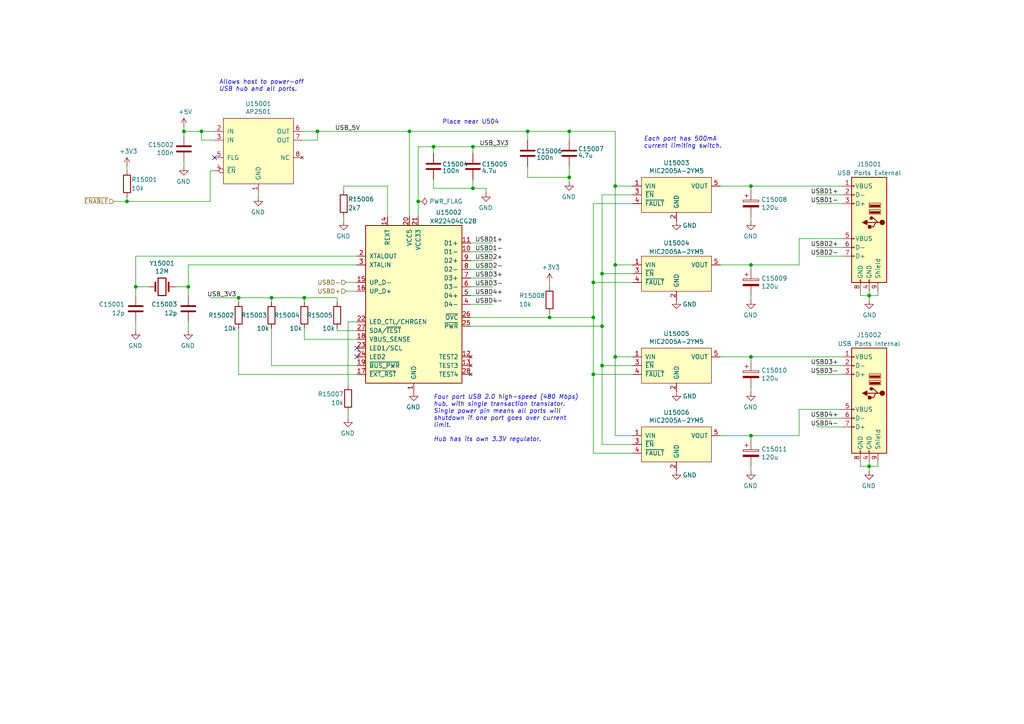
<source format=kicad_sch>
(kicad_sch (version 20211123) (generator eeschema)
  (paper "A4")
  (title_block (title "Neotron Common Hardware") (date "2021-06-18") (rev "[Uncontrolled]") (company "https://neotron-compute.github.io/") (comment 1 "Licenced as CC BY-SA") (comment 2 "Copyright (c) The Neotron Developers, 2021"))
  (lib_symbols
    (symbol "Device:C" (pin_numbers hide) (pin_names (offset 0.254))
      (property "Reference" "C" (at 0.635 2.54 0))
      (property "Value" "C" (at 0.635 -2.54 0))
      (symbol "C_0_1"
        (polyline (pts (xy -2.032 -0.762) (xy 2.032 -0.762)) (stroke (width 0.508)))
        (polyline (pts (xy -2.032 0.762) (xy 2.032 0.762)) (stroke (width 0.508)))
      )
      (symbol "C_1_1"
        (pin passive line (at 0 3.81 270) (length 2.794) (name "~") (number "1"))
        (pin passive line (at 0 -3.81 90) (length 2.794) (name "~") (number "2"))
      )
    )
    (symbol "Device:C_Polarized" (pin_numbers hide) (pin_names (offset 0.254))
      (property "Reference" "C" (at 0.635 2.54 0))
      (property "Value" "C_Polarized" (at 0.635 -2.54 0))
      (symbol "C_Polarized_0_1"
        (rectangle (start -2.286 0.508) (end 2.286 1.016))
        (polyline (pts (xy -1.778 2.286) (xy -0.762 2.286)))
        (polyline (pts (xy -1.27 2.794) (xy -1.27 1.778)))
        (rectangle (start 2.286 -0.508) (end -2.286 -1.016) (fill (type outline)))
      )
      (symbol "C_Polarized_1_1"
        (pin passive line (at 0 3.81 270) (length 2.794) (name "~") (number "1"))
        (pin passive line (at 0 -3.81 90) (length 2.794) (name "~") (number "2"))
      )
    )
    (symbol "Device:Crystal" (pin_numbers hide) (pin_names (offset 1.016) hide)
      (property "Reference" "Y" (at 0 3.81 0))
      (property "Value" "Crystal" (at 0 -3.81 0))
      (symbol "Crystal_0_1"
        (rectangle (start -1.143 2.54) (end 1.143 -2.54) (stroke (width 0.3048)))
        (polyline (pts (xy -2.54 0) (xy -1.905 0)))
        (polyline (pts (xy -1.905 -1.27) (xy -1.905 1.27)) (stroke (width 0.508)))
        (polyline (pts (xy 1.905 -1.27) (xy 1.905 1.27)) (stroke (width 0.508)))
        (polyline (pts (xy 2.54 0) (xy 1.905 0)))
      )
      (symbol "Crystal_1_1"
        (pin passive line (at -3.81 0 0) (length 1.27) (name "1") (number "1"))
        (pin passive line (at 3.81 0 180) (length 1.27) (name "2") (number "2"))
      )
    )
    (symbol "Device:R" (pin_numbers hide) (pin_names (offset 0))
      (property "Reference" "R" (at 2.032 0 90))
      (property "Value" "R" (at 0 0 90))
      (symbol "R_0_1"
        (rectangle (start -1.016 -2.54) (end 1.016 2.54) (stroke (width 0.254)))
      )
      (symbol "R_1_1"
        (pin passive line (at 0 3.81 270) (length 1.27) (name "~") (number "1"))
        (pin passive line (at 0 -3.81 90) (length 1.27) (name "~") (number "2"))
      )
    )
    (symbol "Neotron-Common-Hardware:AP2501" (pin_names (offset 1.016))
      (property "Reference" "U" (at 10.16 -13.97 0))
      (property "Value" "AP2501" (at -10.16 -13.97 0))
      (symbol "AP2501_0_0"
        (pin power_in line (at 0 -36.83 90) (length 2.54) (name "GND") (number "1"))
        (pin power_in line (at -12.7 -19.05 0) (length 2.54) (name "IN") (number "2"))
        (pin power_in line (at -12.7 -21.59 0) (length 2.54) (name "IN") (number "3"))
        (pin input inverted (at -12.7 -30.48 0) (length 2.54) (name "~{EN}") (number "4"))
        (pin output line (at -12.7 -26.67 0) (length 2.54) (name "FLG") (number "5"))
        (pin power_out line (at 12.7 -19.05 180) (length 2.54) (name "OUT") (number "6"))
        (pin passive line (at 12.7 -21.59 180) (length 2.54) (name "OUT") (number "7"))
        (pin no_connect line (at 12.7 -26.67 180) (length 2.54) (name "NC") (number "8"))
      )
      (symbol "AP2501_0_1"
        (rectangle (start -10.16 -15.24) (end 10.16 -34.29) (fill (type background)))
      )
    )
    (symbol "Neotron-Common-Hardware:MIC2005A-2YM5" (pin_names (offset 1.016))
      (property "Reference" "U" (at -8.89 6.35 0))
      (property "Value" "MIC2005A-2YM5" (at 2.54 6.35 0))
      (symbol "MIC2005A-2YM5_0_0"
        (pin power_in line (at -12.7 2.54 0) (length 2.54) (name "VIN") (number "1"))
        (pin power_in line (at 0 -7.62 90) (length 2.54) (name "GND") (number "2"))
        (pin input line (at -12.7 0 0) (length 2.54) (name "~{EN}") (number "3"))
        (pin open_collector line (at -12.7 -2.54 0) (length 2.54) (name "~{FAULT}") (number "4"))
        (pin power_out line (at 12.7 2.54 180) (length 2.54) (name "VOUT") (number "5"))
      )
      (symbol "MIC2005A-2YM5_0_1"
        (rectangle (start -10.16 5.08) (end 10.16 -5.08) (fill (type background)))
      )
    )
    (symbol "Neotron-Common-Hardware:USB_A_x2" (pin_names (offset 1.016))
      (property "Reference" "J" (at 3.81 -8.89 0))
      (property "Value" "USB_A_x2" (at -5.08 24.13 0))
      (symbol "USB_A_x2_0_1"
        (rectangle (start -5.08 -7.62) (end 5.08 22.86) (stroke (width 0.254)) (fill (type background)))
        (circle (center -3.81 9.779) (radius 0.635) (stroke (width 0.254)) (fill (type outline)))
        (circle (center -0.635 11.049) (radius 0.381) (stroke (width 0.254)) (fill (type outline)))
        (rectangle (start -0.254 12.446) (end -3.048 12.954) (fill (type outline)))
        (rectangle (start -0.254 14.351) (end -3.048 14.859) (fill (type outline)))
        (rectangle (start -0.127 -7.62) (end 0.127 -6.858))
        (polyline (pts (xy -3.175 9.779) (xy -2.54 9.779) (xy -1.27 11.049) (xy -0.635 11.049)) (stroke (width 0.254)))
        (polyline (pts (xy -2.54 9.779) (xy -1.905 9.779) (xy -1.27 8.509) (xy 0 8.509)) (stroke (width 0.254)))
        (polyline (pts (xy 0.635 10.414) (xy 0.635 9.144) (xy 1.905 9.779) (xy 0.635 10.414)) (stroke (width 0.254)) (fill (type outline)))
        (rectangle (start 0 12.192) (end -3.302 13.462))
        (rectangle (start 0 14.097) (end -3.302 15.367))
        (rectangle (start 0.254 8.89) (end -0.508 8.128) (stroke (width 0.254)) (fill (type outline)))
        (rectangle (start 2.413 -7.62) (end 2.667 -6.858))
        (rectangle (start 5.08 -0.127) (end 4.318 0.127))
        (rectangle (start 5.08 2.413) (end 4.318 2.667))
        (rectangle (start 5.08 4.953) (end 4.318 5.207))
        (rectangle (start 5.08 15.113) (end 4.318 15.367))
        (rectangle (start 5.08 17.653) (end 4.318 17.907))
        (rectangle (start 5.08 20.193) (end 4.318 20.447))
      )
      (symbol "USB_A_x2_1_1"
        (polyline (pts (xy -1.905 9.779) (xy 0.635 9.779)) (stroke (width 0.254)))
        (pin power_in line (at 7.62 20.32 180) (length 2.54) (name "VBUS") (number "1"))
        (pin passive line (at 7.62 17.78 180) (length 2.54) (name "D-") (number "2"))
        (pin passive line (at 7.62 15.24 180) (length 2.54) (name "D+") (number "3"))
        (pin power_in line (at 0 -10.16 90) (length 2.54) (name "GND") (number "4"))
        (pin power_in line (at 7.62 5.08 180) (length 2.54) (name "VBUS") (number "5"))
        (pin passive line (at 7.62 2.54 180) (length 2.54) (name "D-") (number "6"))
        (pin passive line (at 7.62 0 180) (length 2.54) (name "D+") (number "7"))
        (pin power_in line (at 2.54 -10.16 90) (length 2.54) (name "GND") (number "8"))
        (pin passive line (at -2.54 -10.16 90) (length 2.54) (name "Shield") (number "9"))
      )
    )
    (symbol "Neotron-Common-Hardware:XR22404CG28" (pin_names (offset 1.016))
      (property "Reference" "U" (at 10.16 24.13 0))
      (property "Value" "XR22404CG28" (at 0 0 0))
      (symbol "XR22404CG28_0_0"
        (pin power_in line (at 0 -25.4 90) (length 2.54) (name "GND") (number "1"))
        (pin bidirectional line (at 16.51 15.24 180) (length 2.54) (name "D1-") (number "10"))
        (pin bidirectional line (at 16.51 17.78 180) (length 2.54) (name "D1+") (number "11"))
        (pin no_connect line (at 16.51 -15.24 180) (length 2.54) (name "TEST2") (number "12"))
        (pin no_connect line (at 16.51 -17.78 180) (length 2.54) (name "TEST3") (number "13"))
        (pin input line (at -7.62 25.4 270) (length 2.54) (name "REXT") (number "14"))
        (pin bidirectional line (at -16.51 6.35 0) (length 2.54) (name "UP_D-") (number "15"))
        (pin bidirectional line (at -16.51 3.81 0) (length 2.54) (name "UP_D+") (number "16"))
        (pin input line (at -16.51 -20.32 0) (length 2.54) (name "~{EXT_RST}") (number "17"))
        (pin input line (at -16.51 -10.16 0) (length 2.54) (name "VBUS_SENSE") (number "18"))
        (pin input line (at -16.51 -17.78 0) (length 2.54) (name "~{BUS_PWR}") (number "19"))
        (pin output line (at -16.51 13.97 0) (length 2.54) (name "XTALOUT") (number "2"))
        (pin power_in line (at -1.27 25.4 270) (length 2.54) (name "VCC5") (number "20"))
        (pin power_in line (at 1.27 25.4 270) (length 2.54) (name "VCC33") (number "21"))
        (pin bidirectional line (at -16.51 -5.08 0) (length 2.54) (name "LED_CTL/CHRGEN") (number "22"))
        (pin bidirectional line (at -16.51 -12.7 0) (length 2.54) (name "LED1/SCL") (number "23"))
        (pin bidirectional line (at -16.51 -15.24 0) (length 2.54) (name "LED2") (number "24"))
        (pin output line (at 16.51 -6.35 180) (length 2.54) (name "~{PWR}") (number "25"))
        (pin input line (at 16.51 -3.81 180) (length 2.54) (name "~{OVC}") (number "26"))
        (pin input line (at -16.51 -7.62 0) (length 2.54) (name "SDA/~{TEST}") (number "27"))
        (pin no_connect line (at 16.51 -20.32 180) (length 2.54) (name "TEST4") (number "28"))
        (pin input line (at -16.51 11.43 0) (length 2.54) (name "XTALIN") (number "3"))
        (pin bidirectional line (at 16.51 0 180) (length 2.54) (name "D4-") (number "4"))
        (pin bidirectional line (at 16.51 2.54 180) (length 2.54) (name "D4+") (number "5"))
        (pin bidirectional line (at 16.51 5.08 180) (length 2.54) (name "D3-") (number "6"))
        (pin bidirectional line (at 16.51 7.62 180) (length 2.54) (name "D3+") (number "7"))
        (pin bidirectional line (at 16.51 10.16 180) (length 2.54) (name "D2-") (number "8"))
        (pin bidirectional line (at 16.51 12.7 180) (length 2.54) (name "D2+") (number "9"))
      )
      (symbol "XR22404CG28_0_1"
        (polyline (pts (xy -1.27 22.86) (xy -13.97 22.86) (xy -13.97 -22.86) (xy 13.97 -22.86) (xy 13.97 22.86) (xy -1.27 22.86)) (stroke (width 0.254)) (fill (type background)))
      )
    )
    (symbol "power:+3V3" (power) (pin_names (offset 0))
      (property "Value" "+3V3" (at 0 3.556 0))
      (symbol "+3V3_0_1"
        (polyline (pts (xy -0.762 1.27) (xy 0 2.54)))
        (polyline (pts (xy 0 0) (xy 0 2.54)))
        (polyline (pts (xy 0 2.54) (xy 0.762 1.27)))
      )
      (symbol "+3V3_1_1"
        (pin power_in line (at 0 0 90) (length 0) hide (name "+3V3") (number "1"))
      )
    )
    (symbol "power:+5V" (power) (pin_names (offset 0))
      (property "Value" "+5V" (at 0 3.556 0))
      (symbol "+5V_0_1"
        (polyline (pts (xy -0.762 1.27) (xy 0 2.54)))
        (polyline (pts (xy 0 0) (xy 0 2.54)))
        (polyline (pts (xy 0 2.54) (xy 0.762 1.27)))
      )
      (symbol "+5V_1_1"
        (pin power_in line (at 0 0 90) (length 0) hide (name "+5V") (number "1"))
      )
    )
    (symbol "power:GND" (power) (pin_names (offset 0))
      (property "Value" "GND" (at 0 -3.81 0))
      (symbol "GND_0_1"
        (polyline (pts (xy 0 0) (xy 0 -1.27) (xy 1.27 -1.27) (xy 0 -2.54) (xy -1.27 -1.27) (xy 0 -1.27)))
      )
      (symbol "GND_1_1"
        (pin power_in line (at 0 0 270) (length 0) hide (name "GND") (number "1"))
      )
    )
    (symbol "power:PWR_FLAG" (power) (pin_numbers hide) (pin_names (offset 0) hide)
      (property "Value" "PWR_FLAG" (at 0 3.81 0))
      (symbol "PWR_FLAG_0_0"
        (pin power_out line (at 0 0 90) (length 0) (name "pwr") (number "1"))
      )
      (symbol "PWR_FLAG_0_1"
        (polyline (pts (xy 0 0) (xy 0 1.27) (xy -1.016 1.905) (xy 0 2.54) (xy 1.016 1.905) (xy 0 1.27)))
      )
    )
  )
  (junction (at 88.265 86.36))
  (junction (at 54.61 83.185))
  (junction (at 58.42 38.1))
  (junction (at 172.085 81.915))
  (junction (at 92.075 38.1))
  (junction (at 217.805 103.505))
  (junction (at 174.625 106.045))
  (junction (at 36.83 58.42))
  (junction (at 165.1 38.1))
  (junction (at 217.805 126.365))
  (junction (at 121.285 58.42))
  (junction (at 118.745 38.1))
  (junction (at 53.34 38.1))
  (junction (at 165.1 51.435))
  (junction (at 252.095 85.725))
  (junction (at 178.435 53.975))
  (junction (at 172.085 92.075))
  (junction (at 217.805 76.835))
  (junction (at 178.435 103.505))
  (junction (at 69.215 86.36))
  (junction (at 252.095 135.255))
  (junction (at 172.085 108.585))
  (junction (at 153.035 38.1))
  (junction (at 174.625 79.375))
  (junction (at 39.37 83.185))
  (junction (at 174.625 94.615))
  (junction (at 78.74 86.36))
  (junction (at 217.805 53.975))
  (junction (at 159.385 92.075))
  (junction (at 137.16 42.545))
  (junction (at 178.435 76.835))
  (junction (at 125.73 42.545))
  (junction (at 137.16 54.61))
  (no_connect (at 103.505 100.965))
  (no_connect (at 103.505 103.505))
  (no_connect (at 62.23 45.72))
  (wire (pts (xy 172.085 92.075) (xy 172.085 81.915)))
  (wire (pts (xy 174.625 94.615) (xy 174.625 79.375)))
  (wire (pts (xy 36.83 58.42) (xy 36.83 57.15)))
  (wire (pts (xy 183.515 53.975) (xy 178.435 53.975)))
  (wire (pts (xy 88.265 86.36) (xy 97.79 86.36)))
  (wire (pts (xy 252.095 135.255) (xy 254.635 135.255)))
  (wire (pts (xy 231.775 69.215) (xy 244.475 69.215)))
  (wire (pts (xy 136.525 88.265) (xy 142.875 88.265)))
  (wire (pts (xy 244.475 106.045) (xy 236.855 106.045)))
  (wire (pts (xy 217.805 86.995) (xy 217.805 85.725)))
  (wire (pts (xy 112.395 53.975) (xy 112.395 62.865)))
  (wire (pts (xy 74.93 55.88) (xy 74.93 57.15)))
  (wire (pts (xy 244.475 56.515) (xy 236.855 56.515)))
  (wire (pts (xy 183.515 76.835) (xy 178.435 76.835)))
  (wire (pts (xy 78.74 106.045) (xy 103.505 106.045)))
  (wire (pts (xy 174.625 106.045) (xy 174.625 94.615)))
  (wire (pts (xy 88.265 98.425) (xy 103.505 98.425)))
  (wire (pts (xy 99.695 53.975) (xy 112.395 53.975)))
  (wire (pts (xy 153.035 51.435) (xy 153.035 48.26)))
  (wire (pts (xy 165.1 51.435) (xy 153.035 51.435)))
  (wire (pts (xy 244.475 108.585) (xy 236.855 108.585)))
  (wire (pts (xy 87.63 40.64) (xy 92.075 40.64)))
  (wire (pts (xy 172.085 81.915) (xy 183.515 81.915)))
  (wire (pts (xy 217.805 113.665) (xy 217.805 112.395)))
  (wire (pts (xy 97.79 95.885) (xy 103.505 95.885)))
  (wire (pts (xy 159.385 92.075) (xy 172.085 92.075)))
  (wire (pts (xy 58.42 38.1) (xy 62.23 38.1)))
  (wire (pts (xy 153.035 38.1) (xy 165.1 38.1)))
  (wire (pts (xy 244.475 74.295) (xy 236.855 74.295)))
  (wire (pts (xy 217.805 104.775) (xy 217.805 103.505)))
  (wire (pts (xy 136.525 70.485) (xy 142.875 70.485)))
  (wire (pts (xy 100.33 81.915) (xy 103.505 81.915)))
  (wire (pts (xy 183.515 126.365) (xy 178.435 126.365)))
  (wire (pts (xy 172.085 131.445) (xy 172.085 108.585)))
  (wire (pts (xy 208.915 126.365) (xy 217.805 126.365)))
  (wire (pts (xy 88.265 98.425) (xy 88.265 95.25)))
  (wire (pts (xy 172.085 59.055) (xy 183.515 59.055)))
  (wire (pts (xy 78.74 106.045) (xy 78.74 95.25)))
  (wire (pts (xy 137.16 52.07) (xy 137.16 54.61)))
  (wire (pts (xy 99.695 64.135) (xy 99.695 62.865)))
  (wire (pts (xy 217.805 55.245) (xy 217.805 53.975)))
  (wire (pts (xy 165.1 51.435) (xy 165.1 48.26)))
  (wire (pts (xy 217.805 64.135) (xy 217.805 62.865)))
  (wire (pts (xy 165.1 38.1) (xy 178.435 38.1)))
  (wire (pts (xy 178.435 53.975) (xy 178.435 76.835)))
  (wire (pts (xy 39.37 74.295) (xy 103.505 74.295)))
  (wire (pts (xy 172.085 81.915) (xy 172.085 59.055)))
  (wire (pts (xy 54.61 76.835) (xy 103.505 76.835)))
  (wire (pts (xy 174.625 79.375) (xy 174.625 56.515)))
  (wire (pts (xy 178.435 76.835) (xy 178.435 103.505)))
  (wire (pts (xy 53.34 46.99) (xy 53.34 48.26)))
  (wire (pts (xy 136.525 75.565) (xy 142.875 75.565)))
  (wire (pts (xy 100.33 84.455) (xy 103.505 84.455)))
  (wire (pts (xy 78.74 86.36) (xy 78.74 87.63)))
  (wire (pts (xy 137.16 42.545) (xy 147.32 42.545)))
  (wire (pts (xy 92.075 38.1) (xy 87.63 38.1)))
  (wire (pts (xy 231.775 76.835) (xy 231.775 69.215)))
  (wire (pts (xy 97.79 95.885) (xy 97.79 95.25)))
  (wire (pts (xy 69.215 86.36) (xy 69.215 87.63)))
  (wire (pts (xy 78.74 86.36) (xy 88.265 86.36)))
  (wire (pts (xy 252.095 85.725) (xy 254.635 85.725)))
  (wire (pts (xy 39.37 85.725) (xy 39.37 83.185)))
  (wire (pts (xy 249.555 84.455) (xy 249.555 85.725)))
  (wire (pts (xy 174.625 128.905) (xy 183.515 128.905)))
  (wire (pts (xy 249.555 85.725) (xy 252.095 85.725)))
  (wire (pts (xy 121.285 42.545) (xy 125.73 42.545)))
  (wire (pts (xy 252.095 135.255) (xy 252.095 136.525)))
  (wire (pts (xy 252.095 85.725) (xy 252.095 86.995)))
  (wire (pts (xy 60.96 86.36) (xy 69.215 86.36)))
  (wire (pts (xy 62.23 49.53) (xy 60.96 49.53)))
  (wire (pts (xy 217.805 126.365) (xy 231.775 126.365)))
  (wire (pts (xy 208.915 76.835) (xy 217.805 76.835)))
  (wire (pts (xy 254.635 135.255) (xy 254.635 133.985)))
  (wire (pts (xy 36.83 49.53) (xy 36.83 48.26)))
  (wire (pts (xy 252.095 135.255) (xy 249.555 135.255)))
  (wire (pts (xy 118.745 38.1) (xy 118.745 62.865)))
  (wire (pts (xy 178.435 38.1) (xy 178.435 53.975)))
  (wire (pts (xy 244.475 59.055) (xy 236.855 59.055)))
  (wire (pts (xy 60.96 49.53) (xy 60.96 58.42)))
  (wire (pts (xy 217.805 136.525) (xy 217.805 135.255)))
  (wire (pts (xy 50.8 83.185) (xy 54.61 83.185)))
  (wire (pts (xy 53.34 38.1) (xy 53.34 39.37)))
  (wire (pts (xy 174.625 128.905) (xy 174.625 106.045)))
  (wire (pts (xy 69.215 86.36) (xy 78.74 86.36)))
  (wire (pts (xy 217.805 127.635) (xy 217.805 126.365)))
  (wire (pts (xy 159.385 81.915) (xy 159.385 83.185)))
  (wire (pts (xy 217.805 53.975) (xy 244.475 53.975)))
  (wire (pts (xy 136.525 73.025) (xy 142.875 73.025)))
  (wire (pts (xy 244.475 123.825) (xy 236.855 123.825)))
  (wire (pts (xy 244.475 121.285) (xy 236.855 121.285)))
  (wire (pts (xy 100.965 93.345) (xy 100.965 111.76)))
  (wire (pts (xy 54.61 76.835) (xy 54.61 83.185)))
  (wire (pts (xy 178.435 103.505) (xy 178.435 126.365)))
  (wire (pts (xy 125.73 42.545) (xy 125.73 44.45)))
  (wire (pts (xy 208.915 103.505) (xy 217.805 103.505)))
  (wire (pts (xy 39.37 83.185) (xy 43.18 83.185)))
  (wire (pts (xy 172.085 108.585) (xy 172.085 92.075)))
  (wire (pts (xy 254.635 85.725) (xy 254.635 84.455)))
  (wire (pts (xy 125.73 42.545) (xy 137.16 42.545)))
  (wire (pts (xy 172.085 131.445) (xy 183.515 131.445)))
  (wire (pts (xy 252.095 85.725) (xy 252.095 84.455)))
  (wire (pts (xy 136.525 94.615) (xy 174.625 94.615)))
  (wire (pts (xy 231.775 126.365) (xy 231.775 118.745)))
  (wire (pts (xy 136.525 92.075) (xy 159.385 92.075)))
  (wire (pts (xy 231.775 118.745) (xy 244.475 118.745)))
  (wire (pts (xy 165.1 52.705) (xy 165.1 51.435)))
  (wire (pts (xy 125.73 52.07) (xy 125.73 54.61)))
  (wire (pts (xy 54.61 95.885) (xy 54.61 93.345)))
  (wire (pts (xy 217.805 76.835) (xy 231.775 76.835)))
  (wire (pts (xy 33.02 58.42) (xy 36.83 58.42)))
  (wire (pts (xy 217.805 78.105) (xy 217.805 76.835)))
  (wire (pts (xy 69.215 108.585) (xy 69.215 95.25)))
  (wire (pts (xy 125.73 54.61) (xy 137.16 54.61)))
  (wire (pts (xy 217.805 103.505) (xy 244.475 103.505)))
  (wire (pts (xy 39.37 95.885) (xy 39.37 93.345)))
  (wire (pts (xy 121.285 62.865) (xy 121.285 58.42)))
  (wire (pts (xy 183.515 103.505) (xy 178.435 103.505)))
  (wire (pts (xy 97.79 86.36) (xy 97.79 87.63)))
  (wire (pts (xy 100.965 119.38) (xy 100.965 121.285)))
  (wire (pts (xy 137.16 54.61) (xy 140.97 54.61)))
  (wire (pts (xy 136.525 78.105) (xy 142.875 78.105)))
  (wire (pts (xy 249.555 135.255) (xy 249.555 133.985)))
  (wire (pts (xy 88.265 86.36) (xy 88.265 87.63)))
  (wire (pts (xy 136.525 80.645) (xy 142.875 80.645)))
  (wire (pts (xy 121.285 58.42) (xy 121.285 42.545)))
  (wire (pts (xy 53.34 36.83) (xy 53.34 38.1)))
  (wire (pts (xy 165.1 40.64) (xy 165.1 38.1)))
  (wire (pts (xy 136.525 85.725) (xy 142.875 85.725)))
  (wire (pts (xy 159.385 92.075) (xy 159.385 90.805)))
  (wire (pts (xy 136.525 83.185) (xy 142.875 83.185)))
  (wire (pts (xy 172.085 108.585) (xy 183.515 108.585)))
  (wire (pts (xy 118.745 38.1) (xy 153.035 38.1)))
  (wire (pts (xy 58.42 40.64) (xy 58.42 38.1)))
  (wire (pts (xy 153.035 40.64) (xy 153.035 38.1)))
  (wire (pts (xy 174.625 106.045) (xy 183.515 106.045)))
  (wire (pts (xy 53.34 38.1) (xy 58.42 38.1)))
  (wire (pts (xy 54.61 85.725) (xy 54.61 83.185)))
  (wire (pts (xy 137.16 42.545) (xy 137.16 44.45)))
  (wire (pts (xy 140.97 54.61) (xy 140.97 55.88)))
  (wire (pts (xy 244.475 71.755) (xy 236.855 71.755)))
  (wire (pts (xy 92.075 40.64) (xy 92.075 38.1)))
  (wire (pts (xy 208.915 53.975) (xy 217.805 53.975)))
  (wire (pts (xy 174.625 79.375) (xy 183.515 79.375)))
  (wire (pts (xy 174.625 56.515) (xy 183.515 56.515)))
  (wire (pts (xy 99.695 55.245) (xy 99.695 53.975)))
  (wire (pts (xy 69.215 108.585) (xy 103.505 108.585)))
  (wire (pts (xy 39.37 74.295) (xy 39.37 83.185)))
  (wire (pts (xy 118.745 38.1) (xy 92.075 38.1)))
  (wire (pts (xy 62.23 40.64) (xy 58.42 40.64)))
  (wire (pts (xy 103.505 93.345) (xy 100.965 93.345)))
  (wire (pts (xy 36.83 58.42) (xy 60.96 58.42)))
  (wire (pts (xy 252.095 133.985) (xy 252.095 135.255)))
  (text "Four port USB 2.0 high-speed (480 Mbps)\nhub, with single transaction translator.\nSingle power pin means all ports will\nshutdown if one port goes over current\nlimit.\n\nHub has its own 3.3V regulator." (at 125.73 128.27 0) (effects (font (size 1.27 1.27) italic) (justify left bottom)))
  (text "Place near U504" (at 128.27 36.195 0) (effects (font (size 1.27 1.27)) (justify left bottom)))
  (text "Allows host to power-off\nUSB hub and all ports." (at 63.5 26.67 0) (effects (font (size 1.27 1.27) italic) (justify left bottom)))
  (text "Each port has 500mA\ncurrent limiting switch." (at 186.69 43.18 0) (effects (font (size 1.27 1.27) italic) (justify left bottom)))
  (label "USB_3V3" (at 139.065 42.545 0))
  (label "USB_3V3" (at 68.58 86.36 180))
  (label "USBD1+" (at 243.205 56.515 180))
  (label "USBD4-" (at 137.795 88.265 0))
  (label "USB_5V" (at 97.155 38.1 0))
  (label "USBD2-" (at 243.205 74.295 180))
  (label "USBD1-" (at 137.795 73.025 0))
  (label "USBD4+" (at 137.795 85.725 0))
  (label "USBD2-" (at 137.795 78.105 0))
  (label "USBD1+" (at 137.795 70.485 0))
  (label "USBD1-" (at 243.205 59.055 180))
  (label "USBD3-" (at 243.205 108.585 180))
  (label "USBD2+" (at 243.205 71.755 180))
  (label "USBD3+" (at 137.795 80.645 0))
  (label "USBD3+" (at 243.205 106.045 180))
  (label "USBD3-" (at 137.795 83.185 0))
  (label "USBD4+" (at 243.205 121.285 180))
  (label "USBD4-" (at 243.205 123.825 180))
  (label "USBD2+" (at 137.795 75.565 0))
  (hierarchical_label "USBD+" (shape input) (at 100.33 84.455 180))
  (hierarchical_label "~{ENABLE}" (shape input) (at 33.02 58.42 180))
  (hierarchical_label "USBD-" (shape input) (at 100.33 81.915 180))
  (symbol (lib_id "Neotron-Common-Hardware:USB_A_x2") (at 252.095 74.295 0) (mirror y) (unit 1)
    (property "Reference" "J15001" (at 252.095 47.625 0))
    (property "Value" "USB Ports External" (at 252.095 50.165 0))
    (property "Footprint" "Neotron-Common-Hardware:CUI_UJ2-ADH-1-TH" (effects hide))
    (property "Datasheet" "https://www.cuidevices.com/product/resource/digikeypdf/uj2-adh-th.pdf" (effects hide))
    (property "Manufacturer" "CUI" (effects hide))
    (property "MPN" "UJ2-ADH-1-TH" (effects hide))
    (property "Digikey" "102-4001-ND" (effects hide))
    (property "DNP" "0" (effects hide))
    (property "Mouser" "490-UJ2-ADH-1-TH" (effects hide))
  )
  (symbol (lib_id "Neotron-Common-Hardware:MIC2005A-2YM5") (at 196.215 56.515 0) (unit 1)
    (property "Reference" "U15003" (at 196.215 47.244 0))
    (property "Value" "MIC2005A-2YM5" (at 196.215 49.5554 0))
    (property "Footprint" "Package_TO_SOT_SMD:SOT-23-5_HandSoldering" (effects hide))
    (property "Datasheet" "http://www.microchip.com/mymicrochip/filehandler.aspx?ddocname=en579487" (effects hide))
    (property "Digikey" "576-3464-1-ND" (effects hide))
    (property "DNP" "0" (effects hide))
    (property "MPN" "MIC2005A-2YM5" (effects hide))
    (property "Manufacturer" "Microchip" (effects hide))
    (property "Mouser" "998-MIC2005A-2YM5TR" (effects hide))
  )
  (symbol (lib_id "Neotron-Common-Hardware:MIC2005A-2YM5") (at 196.215 79.375 0) (unit 1)
    (property "Reference" "U15004" (at 196.215 70.485 0))
    (property "Value" "MIC2005A-2YM5" (at 196.215 73.025 0))
    (property "Footprint" "Package_TO_SOT_SMD:SOT-23-5_HandSoldering" (effects hide))
    (property "Datasheet" "http://www.microchip.com/mymicrochip/filehandler.aspx?ddocname=en579487" (effects hide))
    (property "Digikey" "576-3464-1-ND" (effects hide))
    (property "DNP" "0" (effects hide))
    (property "MPN" "MIC2005A-2YM5" (effects hide))
    (property "Manufacturer" "Microchip" (effects hide))
    (property "Mouser" "998-MIC2005A-2YM5TR" (effects hide))
  )
  (symbol (lib_id "power:GND") (at 252.095 86.995 0) (unit 1)
    (property "Reference" "#PWR015021" (effects hide))
    (property "Value" "GND" (at 252.222 91.3892 0))
  )
  (symbol (lib_id "Neotron-Common-Hardware:XR22404CG28") (at 120.015 88.265 0) (unit 1)
    (property "Reference" "U15002" (at 130.175 61.595 0))
    (property "Value" "XR22404CG28" (at 131.445 64.135 0))
    (property "Footprint" "Package_SO:SSOP-28_3.9x9.9mm_P0.635mm" (effects hide))
    (property "Datasheet" "https://www.mouser.co.uk/datasheet/2/146/xr22404-1856004.pdf" (effects hide))
    (property "Mouser" "701-XR22404CG28TR-F" (effects hide))
    (property "MPN" "XR22404CG28" (effects hide))
    (property "Manufacturer" "MaxLinear" (effects hide))
    (property "DNP" "0" (effects hide))
    (property "Digikey" "XR22404CG28TR-F-ND" (effects hide))
  )
  (symbol (lib_id "Device:R") (at 159.385 86.995 0) (mirror y) (unit 1)
    (property "Reference" "R15008" (at 158.115 85.725 0) (effects (justify left)))
    (property "Value" "10k" (at 150.495 88.265 0) (effects (justify right)))
    (property "Footprint" "Resistor_SMD:R_0805_2012Metric_Pad1.20x1.40mm_HandSolder" (effects hide))
    (property "DNP" "0" (effects hide))
    (property "Digikey" "RMCF0805FT10K0-ND" (effects hide))
    (property "MPN" "CPL-RES-0805-10K-0.125W" (effects hide))
    (property "Manufacturer" "Stackpole" (effects hide))
    (property "Tolerance" "1%" (effects hide))
  )
  (symbol (lib_id "power:+3V3") (at 159.385 81.915 0) (unit 1)
    (property "Reference" "#PWR015011" (effects hide))
    (property "Value" "+3V3" (at 159.766 77.5208 0))
  )
  (symbol (lib_id "Neotron-Common-Hardware:USB_A_x2") (at 252.095 123.825 0) (mirror y) (unit 1)
    (property "Reference" "J15002" (at 252.095 97.155 0))
    (property "Value" "USB Ports Internal" (at 252.095 99.695 0))
    (property "Footprint" "Neotron-Common-Hardware:USB_Header" (effects hide))
    (property "DNP" "1" (effects hide))
  )
  (symbol (lib_id "power:GND") (at 252.095 136.525 0) (mirror y) (unit 1)
    (property "Reference" "#PWR015022" (effects hide))
    (property "Value" "GND" (at 251.968 140.9192 0))
  )
  (symbol (lib_id "Neotron-Common-Hardware:MIC2005A-2YM5") (at 196.215 106.045 0) (unit 1)
    (property "Reference" "U15005" (at 196.215 96.774 0))
    (property "Value" "MIC2005A-2YM5" (at 196.215 99.0854 0))
    (property "Footprint" "Package_TO_SOT_SMD:SOT-23-5_HandSoldering" (effects hide))
    (property "Datasheet" "http://www.microchip.com/mymicrochip/filehandler.aspx?ddocname=en579487" (effects hide))
    (property "Digikey" "576-3464-1-ND" (effects hide))
    (property "DNP" "0" (effects hide))
    (property "MPN" "MIC2005A-2YM5" (effects hide))
    (property "Manufacturer" "Microchip" (effects hide))
    (property "Mouser" "998-MIC2005A-2YM5TR" (effects hide))
  )
  (symbol (lib_id "Neotron-Common-Hardware:MIC2005A-2YM5") (at 196.215 128.905 0) (unit 1)
    (property "Reference" "U15006" (at 196.215 119.634 0))
    (property "Value" "MIC2005A-2YM5" (at 196.215 121.9454 0))
    (property "Footprint" "Package_TO_SOT_SMD:SOT-23-5_HandSoldering" (effects hide))
    (property "Datasheet" "http://www.microchip.com/mymicrochip/filehandler.aspx?ddocname=en579487" (effects hide))
    (property "Digikey" "576-3464-1-ND" (effects hide))
    (property "DNP" "0" (effects hide))
    (property "MPN" "MIC2005A-2YM5" (effects hide))
    (property "Manufacturer" "Microchip" (effects hide))
    (property "Mouser" "998-MIC2005A-2YM5TR" (effects hide))
  )
  (symbol (lib_id "power:GND") (at 196.215 136.525 0) (mirror y) (unit 1)
    (property "Reference" "#PWR015016" (effects hide))
    (property "Value" "GND" (at 200.025 137.795 0))
  )
  (symbol (lib_id "power:GND") (at 196.215 113.665 0) (mirror y) (unit 1)
    (property "Reference" "#PWR015015" (effects hide))
    (property "Value" "GND" (at 200.025 114.935 0))
  )
  (symbol (lib_id "power:GND") (at 196.215 86.995 0) (mirror y) (unit 1)
    (property "Reference" "#PWR015014" (effects hide))
    (property "Value" "GND" (at 200.025 88.265 0))
  )
  (symbol (lib_id "power:GND") (at 196.215 64.135 0) (mirror y) (unit 1)
    (property "Reference" "#PWR015013" (effects hide))
    (property "Value" "GND" (at 200.025 65.405 0))
  )
  (symbol (lib_id "power:GND") (at 120.015 113.665 0) (mirror y) (unit 1)
    (property "Reference" "#PWR015009" (effects hide))
    (property "Value" "GND" (at 119.888 118.0592 0))
  )
  (symbol (lib_id "Device:Crystal") (at 46.99 83.185 0) (mirror y) (unit 1)
    (property "Reference" "Y15001" (at 46.99 76.3778 0))
    (property "Value" "12M" (at 46.99 78.6892 0))
    (property "Footprint" "Crystal:Crystal_HC49-4H_Vertical" (effects hide))
    (property "Datasheet" "https://abracon.com/Resonators/ABL.pdf" (effects hide))
    (property "DNP" "0" (effects hide))
    (property "Digikey" "535-9037-ND" (effects hide))
    (property "MPN" "ABL-12.000MHZ-B2" (effects hide))
    (property "Manufacturer" "Abracon" (effects hide))
    (property "Mouser" "815-ABL-12-B2" (effects hide))
  )
  (symbol (lib_id "Device:C") (at 39.37 89.535 0) (mirror y) (unit 1)
    (property "Reference" "C15001" (at 36.195 88.265 0) (effects (justify left)))
    (property "Value" "12p" (at 36.195 90.805 0) (effects (justify left)))
    (property "Footprint" "Capacitor_SMD:C_0805_2012Metric_Pad1.18x1.45mm_HandSolder" (effects hide))
    (property "DNP" "0" (effects hide))
    (property "Digikey" "1276-2580-1-ND" (effects hide))
    (property "MPN" "CL21C120JB61PNC" (effects hide))
    (property "Manufacturer" "Samsung" (effects hide))
    (property "Tolerance" "C0G" (effects hide))
    (property "Voltage" "10V" (effects hide))
  )
  (symbol (lib_id "Device:C") (at 54.61 89.535 0) (mirror y) (unit 1)
    (property "Reference" "C15003" (at 51.435 88.265 0) (effects (justify left)))
    (property "Value" "12p" (at 51.435 90.805 0) (effects (justify left)))
    (property "Footprint" "Capacitor_SMD:C_0805_2012Metric_Pad1.18x1.45mm_HandSolder" (effects hide))
    (property "DNP" "0" (effects hide))
    (property "Digikey" "1276-2580-1-ND" (effects hide))
    (property "MPN" "CL21C120JB61PNC" (effects hide))
    (property "Manufacturer" "Samsung" (effects hide))
    (property "Tolerance" "C0G" (effects hide))
    (property "Voltage" "10V" (effects hide))
  )
  (symbol (lib_id "power:GND") (at 54.61 95.885 0) (mirror y) (unit 1)
    (property "Reference" "#PWR015005" (effects hide))
    (property "Value" "GND" (at 54.483 100.2792 0))
  )
  (symbol (lib_id "power:GND") (at 39.37 95.885 0) (mirror y) (unit 1)
    (property "Reference" "#PWR015002" (effects hide))
    (property "Value" "GND" (at 39.243 100.2792 0))
  )
  (symbol (lib_id "Device:C") (at 165.1 44.45 0) (unit 1)
    (property "Reference" "C15007" (at 167.64 43.18 0) (effects (justify left)))
    (property "Value" "4.7u" (at 167.64 45.085 0) (effects (justify left)))
    (property "Footprint" "Capacitor_SMD:C_0805_2012Metric_Pad1.18x1.45mm_HandSolder" (effects hide))
    (property "DNP" "0" (effects hide))
    (property "Tolerance" "X5R" (effects hide))
    (property "Voltage" "16V" (effects hide))
  )
  (symbol (lib_id "power:GND") (at 165.1 52.705 0) (mirror y) (unit 1)
    (property "Reference" "#PWR015012" (effects hide))
    (property "Value" "GND" (at 164.973 57.0992 0))
  )
  (symbol (lib_id "Device:R") (at 100.965 115.57 0) (mirror y) (unit 1)
    (property "Reference" "R15007" (at 99.695 114.3 0) (effects (justify left)))
    (property "Value" "10k" (at 99.695 116.84 0) (effects (justify left)))
    (property "Footprint" "Resistor_SMD:R_0805_2012Metric_Pad1.20x1.40mm_HandSolder" (effects hide))
    (property "DNP" "0" (effects hide))
    (property "Digikey" "RMCF0805FT10K0-ND" (effects hide))
    (property "MPN" "CPL-RES-0805-10K-0.125W" (effects hide))
    (property "Manufacturer" "Stackpole" (effects hide))
    (property "Tolerance" "1%" (effects hide))
  )
  (symbol (lib_id "Device:C") (at 153.035 44.45 0) (unit 1)
    (property "Reference" "C15006" (at 155.575 43.815 0) (effects (justify left)))
    (property "Value" "100n" (at 155.575 45.72 0) (effects (justify left)))
    (property "Footprint" "Capacitor_SMD:C_0805_2012Metric_Pad1.18x1.45mm_HandSolder" (effects hide))
    (property "DNP" "0" (effects hide))
    (property "MPN" "CC0805KRX7R9BB104" (effects hide))
    (property "Manufacturer" "Vishay" (effects hide))
    (property "Mouser" "594-K104K15X7RF5TL2" (effects hide))
    (property "Tolerance" "X5R" (effects hide))
    (property "Voltage" "16V" (effects hide))
    (property "JLCPCB Collection" "Basic" (effects hide))
    (property "LCSC Part#" "C49678" (effects hide))
  )
  (symbol (lib_id "power:GND") (at 100.965 121.285 0) (mirror y) (unit 1)
    (property "Reference" "#PWR015008" (effects hide))
    (property "Value" "GND" (at 100.838 125.6792 0))
  )
  (symbol (lib_id "Device:C") (at 137.16 48.26 0) (unit 1)
    (property "Reference" "C15005" (at 139.7 47.625 0) (effects (justify left)))
    (property "Value" "4.7u" (at 139.7 49.53 0) (effects (justify left)))
    (property "Footprint" "Capacitor_SMD:C_0805_2012Metric_Pad1.18x1.45mm_HandSolder" (effects hide))
    (property "DNP" "0" (effects hide))
    (property "Tolerance" "X5R" (effects hide))
    (property "Voltage" "10V" (effects hide))
  )
  (symbol (lib_id "Device:R") (at 99.695 59.055 0) (unit 1)
    (property "Reference" "R15006" (at 100.965 57.785 0) (effects (justify left)))
    (property "Value" "2k7" (at 100.965 60.325 0) (effects (justify left)))
    (property "Footprint" "Resistor_SMD:R_0805_2012Metric_Pad1.20x1.40mm_HandSolder" (effects hide))
    (property "DNP" "0" (effects hide))
    (property "Digikey" "RMCF0805FT2K70CT-ND" (effects hide))
    (property "MPN" "RMCF0805FT2K70" (effects hide))
    (property "Manufacturer" "Stackpole" (effects hide))
    (property "Tolerance" "1%" (effects hide))
  )
  (symbol (lib_id "power:GND") (at 99.695 64.135 0) (mirror y) (unit 1)
    (property "Reference" "#PWR015007" (effects hide))
    (property "Value" "GND" (at 99.568 68.5292 0))
  )
  (symbol (lib_id "power:PWR_FLAG") (at 121.285 58.42 270) (unit 1)
    (property "Reference" "#FLG015001" (effects hide))
    (property "Value" "PWR_FLAG" (at 124.5362 58.42 90) (effects (justify left)))
  )
  (symbol (lib_id "Device:C_Polarized") (at 217.805 59.055 0) (unit 1)
    (property "Reference" "C15008" (at 220.8022 57.8866 0) (effects (justify left)))
    (property "Value" "120u" (at 220.8022 60.198 0) (effects (justify left)))
    (property "Footprint" "Capacitor_THT:CP_Radial_D8.0mm_P3.50mm" (effects hide))
    (property "DNP" "0" (effects hide))
    (property "Digikey" "493-1520-ND" (effects hide))
    (property "MPN" "UHE1C121MED" (effects hide))
    (property "Manufacturer" "Nichicon" (effects hide))
    (property "Mouser" "647-UHE1C121MED" (effects hide))
    (property "Tolerance" "20%" (effects hide))
    (property "Voltage" "16V" (effects hide))
  )
  (symbol (lib_id "Device:C_Polarized") (at 217.805 81.915 0) (unit 1)
    (property "Reference" "C15009" (at 220.8022 80.7466 0) (effects (justify left)))
    (property "Value" "120u" (at 220.8022 83.058 0) (effects (justify left)))
    (property "Footprint" "Capacitor_THT:CP_Radial_D8.0mm_P3.50mm" (effects hide))
    (property "DNP" "0" (effects hide))
    (property "Digikey" "493-1520-ND" (effects hide))
    (property "MPN" "UHE1C121MED" (effects hide))
    (property "Manufacturer" "Nichicon" (effects hide))
    (property "Mouser" "647-UHE1C121MED" (effects hide))
    (property "Tolerance" "20%" (effects hide))
    (property "Voltage" "16V" (effects hide))
  )
  (symbol (lib_id "Device:C_Polarized") (at 217.805 108.585 0) (unit 1)
    (property "Reference" "C15010" (at 220.8022 107.4166 0) (effects (justify left)))
    (property "Value" "120u" (at 220.8022 109.728 0) (effects (justify left)))
    (property "Footprint" "Capacitor_THT:CP_Radial_D8.0mm_P3.50mm" (effects hide))
    (property "DNP" "0" (effects hide))
    (property "Digikey" "493-1520-ND" (effects hide))
    (property "MPN" "UHE1C121MED" (effects hide))
    (property "Manufacturer" "Nichicon" (effects hide))
    (property "Mouser" "647-UHE1C121MED" (effects hide))
    (property "Tolerance" "20%" (effects hide))
    (property "Voltage" "16V" (effects hide))
  )
  (symbol (lib_id "Device:C_Polarized") (at 217.805 131.445 0) (unit 1)
    (property "Reference" "C15011" (at 220.8022 130.2766 0) (effects (justify left)))
    (property "Value" "120u" (at 220.8022 132.588 0) (effects (justify left)))
    (property "Footprint" "Capacitor_THT:CP_Radial_D8.0mm_P3.50mm" (effects hide))
    (property "DNP" "0" (effects hide))
    (property "Digikey" "493-1520-ND" (effects hide))
    (property "MPN" "UHE1C121MED" (effects hide))
    (property "Manufacturer" "Nichicon" (effects hide))
    (property "Mouser" "647-UHE1C121MED" (effects hide))
    (property "Tolerance" "20%" (effects hide))
    (property "Voltage" "16V" (effects hide))
  )
  (symbol (lib_id "power:GND") (at 217.805 64.135 0) (mirror y) (unit 1)
    (property "Reference" "#PWR015017" (effects hide))
    (property "Value" "GND" (at 217.678 68.5292 0))
  )
  (symbol (lib_id "power:GND") (at 217.805 86.995 0) (mirror y) (unit 1)
    (property "Reference" "#PWR015018" (effects hide))
    (property "Value" "GND" (at 217.678 91.3892 0))
  )
  (symbol (lib_id "power:GND") (at 217.805 113.665 0) (mirror y) (unit 1)
    (property "Reference" "#PWR015019" (effects hide))
    (property "Value" "GND" (at 217.678 118.0592 0))
  )
  (symbol (lib_id "power:GND") (at 217.805 136.525 0) (mirror y) (unit 1)
    (property "Reference" "#PWR015020" (effects hide))
    (property "Value" "GND" (at 217.678 140.9192 0))
  )
  (symbol (lib_id "Neotron-Common-Hardware:AP2501") (at 74.93 19.05 0) (unit 1)
    (property "Reference" "U15001" (at 74.93 30.099 0))
    (property "Value" "AP2501" (at 74.93 32.4104 0))
    (property "Footprint" "Package_SO:SO-8_3.9x4.9mm_P1.27mm" (effects hide))
    (property "Datasheet" "https://www.diodes.com/assets/Datasheets/AP25x1.pdf" (effects hide))
    (property "Manufacturer" "Diodes Incorporated" (effects hide))
    (property "MPN" "AP2501S-13" (effects hide))
    (property "DNP" "0" (effects hide))
    (property "Digikey" "AP2501S-13DICT-ND" (effects hide))
    (property "Mouser" "621-AP2501S-13" (effects hide))
  )
  (symbol (lib_id "power:+5V") (at 53.34 36.83 0) (unit 1)
    (property "Reference" "#PWR015003" (effects hide))
    (property "Value" "+5V" (at 53.721 32.4358 0))
  )
  (symbol (lib_id "Device:R") (at 69.215 91.44 0) (mirror y) (unit 1)
    (property "Reference" "R15002" (at 67.945 91.44 0) (effects (justify left)))
    (property "Value" "10k" (at 68.58 95.25 0) (effects (justify left)))
    (property "Footprint" "Resistor_SMD:R_0805_2012Metric_Pad1.20x1.40mm_HandSolder" (effects hide))
    (property "DNP" "0" (effects hide))
    (property "Digikey" "RMCF0805FT10K0-ND" (effects hide))
    (property "MPN" "CPL-RES-0805-10K-0.125W" (effects hide))
    (property "Manufacturer" "Stackpole" (effects hide))
    (property "Tolerance" "1%" (effects hide))
  )
  (symbol (lib_id "power:+3V3") (at 36.83 48.26 0) (unit 1)
    (property "Reference" "#PWR015001" (effects hide))
    (property "Value" "+3.3V" (at 37.211 43.8658 0))
  )
  (symbol (lib_id "Device:R") (at 36.83 53.34 0) (unit 1)
    (property "Reference" "R15001" (at 38.1 52.07 0) (effects (justify left)))
    (property "Value" "10k" (at 38.1 54.61 0) (effects (justify left)))
    (property "Footprint" "Resistor_SMD:R_0805_2012Metric_Pad1.20x1.40mm_HandSolder" (effects hide))
    (property "DNP" "0" (effects hide))
    (property "Digikey" "RMCF0805FT10K0-ND" (effects hide))
    (property "MPN" "CPL-RES-0805-10K-0.125W" (effects hide))
    (property "Manufacturer" "Stackpole" (effects hide))
    (property "Tolerance" "1%" (effects hide))
  )
  (symbol (lib_id "power:GND") (at 74.93 57.15 0) (mirror y) (unit 1)
    (property "Reference" "#PWR015006" (effects hide))
    (property "Value" "GND" (at 74.803 61.5442 0))
  )
  (symbol (lib_id "Device:C") (at 53.34 43.18 0) (mirror y) (unit 1)
    (property "Reference" "C15002" (at 50.419 42.0116 0) (effects (justify left)))
    (property "Value" "100n" (at 50.419 44.323 0) (effects (justify left)))
    (property "Footprint" "Capacitor_SMD:C_0805_2012Metric_Pad1.18x1.45mm_HandSolder" (effects hide))
    (property "DNP" "0" (effects hide))
    (property "MPN" "CC0805KRX7R9BB104" (effects hide))
    (property "Manufacturer" "Vishay" (effects hide))
    (property "Mouser" "594-K104K15X7RF5TL2" (effects hide))
    (property "Tolerance" "X5R" (effects hide))
    (property "Voltage" "16V" (effects hide))
    (property "JLCPCB Collection" "Basic" (effects hide))
    (property "LCSC Part#" "C49678" (effects hide))
  )
  (symbol (lib_id "power:GND") (at 53.34 48.26 0) (mirror y) (unit 1)
    (property "Reference" "#PWR015004" (effects hide))
    (property "Value" "GND" (at 53.213 52.6542 0))
  )
  (symbol (lib_id "Device:R") (at 97.79 91.44 0) (mirror y) (unit 1)
    (property "Reference" "R15005" (at 96.52 91.44 0) (effects (justify left)))
    (property "Value" "10k" (at 97.155 95.25 0) (effects (justify left)))
    (property "Footprint" "Resistor_SMD:R_0805_2012Metric_Pad1.20x1.40mm_HandSolder" (effects hide))
    (property "DNP" "0" (effects hide))
    (property "Digikey" "RMCF0805FT10K0-ND" (effects hide))
    (property "MPN" "CPL-RES-0805-10K-0.125W" (effects hide))
    (property "Manufacturer" "Stackpole" (effects hide))
    (property "Tolerance" "1%" (effects hide))
  )
  (symbol (lib_id "Device:R") (at 88.265 91.44 0) (mirror y) (unit 1)
    (property "Reference" "R15004" (at 86.995 91.44 0) (effects (justify left)))
    (property "Value" "10k" (at 87.63 95.25 0) (effects (justify left)))
    (property "Footprint" "Resistor_SMD:R_0805_2012Metric_Pad1.20x1.40mm_HandSolder" (effects hide))
    (property "DNP" "0" (effects hide))
    (property "Digikey" "RMCF0805FT10K0-ND" (effects hide))
    (property "MPN" "CPL-RES-0805-10K-0.125W" (effects hide))
    (property "Manufacturer" "Stackpole" (effects hide))
    (property "Tolerance" "1%" (effects hide))
  )
  (symbol (lib_id "Device:R") (at 78.74 91.44 0) (mirror y) (unit 1)
    (property "Reference" "R15003" (at 77.47 91.44 0) (effects (justify left)))
    (property "Value" "10k" (at 78.105 95.25 0) (effects (justify left)))
    (property "Footprint" "Resistor_SMD:R_0805_2012Metric_Pad1.20x1.40mm_HandSolder" (effects hide))
    (property "DNP" "0" (effects hide))
    (property "Digikey" "RMCF0805FT10K0-ND" (effects hide))
    (property "MPN" "CPL-RES-0805-10K-0.125W" (effects hide))
    (property "Manufacturer" "Stackpole" (effects hide))
    (property "Tolerance" "1%" (effects hide))
  )
  (symbol (lib_id "Device:C") (at 125.73 48.26 0) (unit 1)
    (property "Reference" "C15004" (at 128.27 47.625 0) (effects (justify left)))
    (property "Value" "100n" (at 128.27 49.53 0) (effects (justify left)))
    (property "Footprint" "Capacitor_SMD:C_0805_2012Metric_Pad1.18x1.45mm_HandSolder" (effects hide))
    (property "DNP" "0" (effects hide))
    (property "MPN" "CC0805KRX7R9BB104" (effects hide))
    (property "Manufacturer" "Vishay" (effects hide))
    (property "Mouser" "594-K104K15X7RF5TL2" (effects hide))
    (property "Tolerance" "X5R" (effects hide))
    (property "Voltage" "10V" (effects hide))
    (property "JLCPCB Collection" "Basic" (effects hide))
    (property "LCSC Part#" "C49678" (effects hide))
  )
  (symbol (lib_id "power:GND") (at 140.97 55.88 0) (mirror y) (unit 1)
    (property "Reference" "#PWR015010" (effects hide))
    (property "Value" "GND" (at 140.843 60.2742 0))
  )
)
</source>
